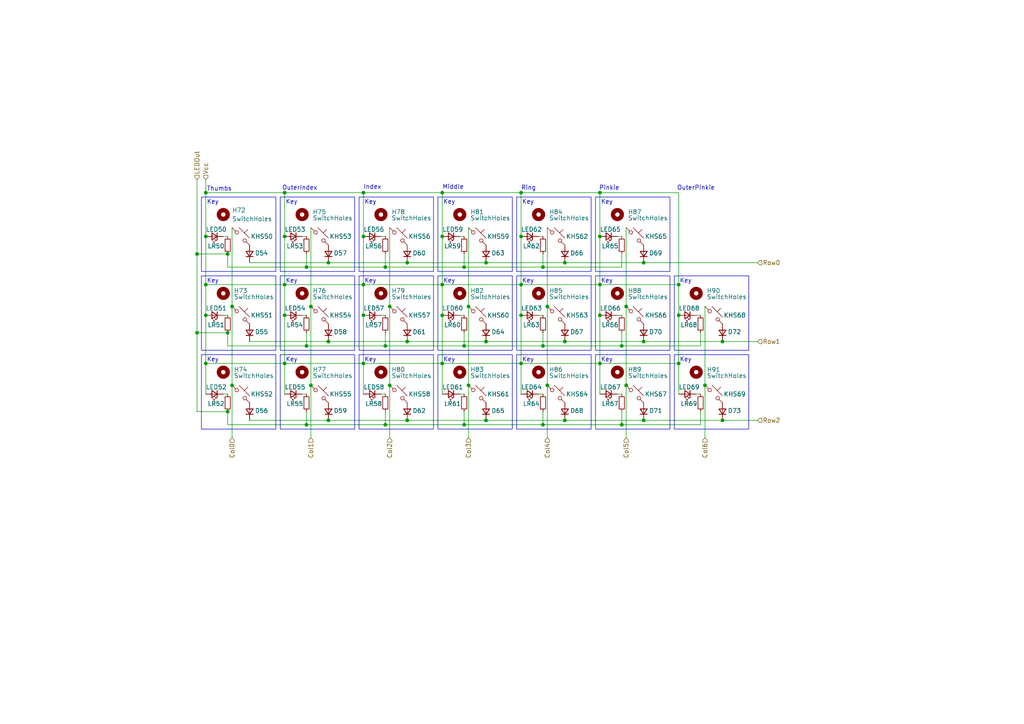
<source format=kicad_sch>
(kicad_sch (version 20250114) (generator "eeschema") (generator_version "9.0")
  (paper "A4")
  (rectangle (start 149.86 57.15) (end 171.45 78.74))
  (rectangle (start 81.28 57.15) (end 102.87 78.74))
  (rectangle (start 127 102.87) (end 148.59 124.46))
  (rectangle (start 149.86 102.87) (end 171.45 124.46))
  (rectangle (start 195.58 80.01) (end 217.17 101.6))
  (rectangle (start 127 57.15) (end 148.59 78.74))
  (rectangle (start 195.58 102.87) (end 217.17 124.46))
  (rectangle (start 127 80.01) (end 148.59 101.6))
  (rectangle (start 58.42 102.87) (end 80.01 124.46))
  (rectangle (start 172.72 57.15) (end 194.31 78.74))
  (rectangle (start 58.42 57.15) (end 80.01 78.74))
  (rectangle (start 104.14 80.01) (end 125.73 101.6))
  (rectangle (start 172.72 102.87) (end 194.31 124.46))
  (rectangle (start 81.28 102.87) (end 102.87 124.46))
  (rectangle (start 81.28 80.01) (end 102.87 101.6))
  (rectangle (start 172.72 80.01) (end 194.31 101.6))
  (rectangle (start 104.14 102.87) (end 125.73 124.46))
  (rectangle (start 149.86 80.01) (end 171.45 101.6))
  (rectangle (start 104.14 57.15) (end 125.73 78.74))
  (rectangle (start 58.42 80.01) (end 80.01 101.6))
  (text "Key" (at 153.162 58.674 0) (effects (font (size 1.27 1.27))))
  (text "OuterIndex\n" (at 81.788 54.61 0) (effects (font (size 1.27 1.27)) (justify left)))
  (text "Key" (at 84.582 104.394 0) (effects (font (size 1.27 1.27))))
  (text "Key" (at 198.882 81.534 0) (effects (font (size 1.27 1.27))))
  (text "Key" (at 176.022 104.394 0) (effects (font (size 1.27 1.27))))
  (text "Pinkie" (at 173.736 54.61 0) (effects (font (size 1.27 1.27)) (justify left)))
  (text "Key" (at 176.022 81.534 0) (effects (font (size 1.27 1.27))))
  (text "Key" (at 84.582 58.674 0) (effects (font (size 1.27 1.27))))
  (text "Index" (at 105.41 54.356 0) (effects (font (size 1.27 1.27)) (justify left)))
  (text "Key" (at 153.162 104.394 0) (effects (font (size 1.27 1.27))))
  (text "Key" (at 130.302 58.674 0) (effects (font (size 1.27 1.27))))
  (text "Key" (at 107.442 58.674 0) (effects (font (size 1.27 1.27))))
  (text "Key" (at 198.882 104.394 0) (effects (font (size 1.27 1.27))))
  (text "Key" (at 153.162 81.534 0) (effects (font (size 1.27 1.27))))
  (text "Key" (at 130.302 81.534 0) (effects (font (size 1.27 1.27))))
  (text "Key" (at 61.722 81.534 0) (effects (font (size 1.27 1.27))))
  (text "Thumbs\n" (at 59.944 54.864 0) (effects (font (size 1.27 1.27)) (justify left)))
  (text "Ring" (at 151.13 54.61 0) (effects (font (size 1.27 1.27)) (justify left)))
  (text "Key" (at 107.442 104.394 0) (effects (font (size 1.27 1.27))))
  (text "Key" (at 176.022 58.674 0) (effects (font (size 1.27 1.27))))
  (text "Key" (at 84.582 81.534 0) (effects (font (size 1.27 1.27))))
  (text "Key" (at 107.442 81.534 0) (effects (font (size 1.27 1.27))))
  (text "Middle" (at 128.27 54.356 0) (effects (font (size 1.27 1.27)) (justify left)))
  (text "Key" (at 61.722 58.674 0) (effects (font (size 1.27 1.27))))
  (text "Key" (at 130.302 104.394 0) (effects (font (size 1.27 1.27))))
  (text "OuterPinkie" (at 196.342 54.61 0) (effects (font (size 1.27 1.27)) (justify left)))
  (text "Key" (at 61.722 104.394 0) (effects (font (size 1.27 1.27))))
  (junction (at 105.41 68.58))
  (junction (at 67.31 111.76))
  (junction (at 151.13 82.55))
  (junction (at 151.13 91.44))
  (junction (at 151.13 55.88))
  (junction (at 111.76 123.19))
  (junction (at 111.76 77.47))
  (junction (at 173.99 68.58))
  (junction (at 95.25 99.06))
  (junction (at 158.75 88.9))
  (junction (at 105.41 82.55))
  (junction (at 59.69 68.58))
  (junction (at 181.61 88.9))
  (junction (at 151.13 68.58))
  (junction (at 186.69 121.92))
  (junction (at 135.89 111.76))
  (junction (at 90.17 88.9))
  (junction (at 105.41 105.41))
  (junction (at 140.97 76.2))
  (junction (at 173.99 105.41))
  (junction (at 113.03 111.76))
  (junction (at 57.15 96.52))
  (junction (at 67.31 88.9))
  (junction (at 66.04 73.66))
  (junction (at 88.9 123.19))
  (junction (at 173.99 82.55))
  (junction (at 128.27 82.55))
  (junction (at 59.69 82.55))
  (junction (at 66.04 119.38))
  (junction (at 163.83 121.92))
  (junction (at 59.69 105.41))
  (junction (at 157.48 123.19))
  (junction (at 158.75 111.76))
  (junction (at 128.27 68.58))
  (junction (at 134.62 77.47))
  (junction (at 90.17 111.76))
  (junction (at 113.03 88.9))
  (junction (at 82.55 55.88))
  (junction (at 128.27 105.41))
  (junction (at 140.97 121.92))
  (junction (at 118.11 99.06))
  (junction (at 118.11 121.92))
  (junction (at 157.48 100.33))
  (junction (at 180.34 123.19))
  (junction (at 57.15 73.66))
  (junction (at 111.76 100.33))
  (junction (at 196.85 91.44))
  (junction (at 181.61 111.76))
  (junction (at 134.62 123.19))
  (junction (at 204.47 111.76))
  (junction (at 163.83 99.06))
  (junction (at 134.62 100.33))
  (junction (at 209.55 99.06))
  (junction (at 88.9 100.33))
  (junction (at 59.69 91.44))
  (junction (at 135.89 88.9))
  (junction (at 157.48 77.47))
  (junction (at 118.11 76.2))
  (junction (at 105.41 55.88))
  (junction (at 173.99 55.88))
  (junction (at 128.27 91.44))
  (junction (at 82.55 82.55))
  (junction (at 140.97 99.06))
  (junction (at 105.41 91.44))
  (junction (at 95.25 76.2))
  (junction (at 82.55 91.44))
  (junction (at 196.85 82.55))
  (junction (at 151.13 105.41))
  (junction (at 82.55 68.58))
  (junction (at 196.85 105.41))
  (junction (at 82.55 105.41))
  (junction (at 173.99 91.44))
  (junction (at 95.25 121.92))
  (junction (at 128.27 55.88))
  (junction (at 186.69 99.06))
  (junction (at 209.55 121.92))
  (junction (at 88.9 77.47))
  (junction (at 180.34 100.33))
  (junction (at 66.04 96.52))
  (junction (at 186.69 76.2))
  (junction (at 163.83 76.2))
  (junction (at 59.69 55.88))
  (wire (pts (xy 105.41 105.41) (xy 128.27 105.41)))
  (wire (pts (xy 66.04 100.33) (xy 88.9 100.33)))
  (wire (pts (xy 66.04 68.58) (xy 64.77 68.58)))
  (wire (pts (xy 95.25 121.92) (xy 118.11 121.92)))
  (wire (pts (xy 181.61 66.04) (xy 181.61 88.9)))
  (wire (pts (xy 66.04 119.38) (xy 66.04 123.19)))
  (wire (pts (xy 90.17 111.76) (xy 90.17 127)))
  (wire (pts (xy 128.27 68.58) (xy 128.27 82.55)))
  (wire (pts (xy 134.62 100.33) (xy 157.48 100.33)))
  (wire (pts (xy 151.13 82.55) (xy 173.99 82.55)))
  (wire (pts (xy 173.99 82.55) (xy 196.85 82.55)))
  (wire (pts (xy 105.41 55.88) (xy 128.27 55.88)))
  (wire (pts (xy 128.27 82.55) (xy 151.13 82.55)))
  (wire (pts (xy 118.11 99.06) (xy 140.97 99.06)))
  (wire (pts (xy 180.34 91.44) (xy 179.07 91.44)))
  (wire (pts (xy 111.76 100.33) (xy 134.62 100.33)))
  (wire (pts (xy 151.13 68.58) (xy 151.13 82.55)))
  (wire (pts (xy 59.69 68.58) (xy 59.69 82.55)))
  (wire (pts (xy 128.27 55.88) (xy 128.27 68.58)))
  (wire (pts (xy 67.31 66.04) (xy 67.31 88.9)))
  (wire (pts (xy 111.76 91.44) (xy 110.49 91.44)))
  (wire (pts (xy 113.03 66.04) (xy 113.03 88.9)))
  (wire (pts (xy 88.9 77.47) (xy 111.76 77.47)))
  (wire (pts (xy 88.9 96.52) (xy 88.9 100.33)))
  (wire (pts (xy 157.48 68.58) (xy 156.21 68.58)))
  (wire (pts (xy 186.69 99.06) (xy 209.55 99.06)))
  (wire (pts (xy 173.99 105.41) (xy 196.85 105.41)))
  (wire (pts (xy 209.55 121.92) (xy 219.71 121.92)))
  (wire (pts (xy 158.75 111.76) (xy 158.75 127)))
  (wire (pts (xy 67.31 88.9) (xy 67.31 111.76)))
  (wire (pts (xy 59.69 91.44) (xy 59.69 105.41)))
  (wire (pts (xy 66.04 114.3) (xy 64.77 114.3)))
  (wire (pts (xy 128.27 91.44) (xy 128.27 105.41)))
  (wire (pts (xy 111.76 77.47) (xy 134.62 77.47)))
  (wire (pts (xy 105.41 105.41) (xy 105.41 114.3)))
  (wire (pts (xy 157.48 73.66) (xy 157.48 77.47)))
  (wire (pts (xy 88.9 114.3) (xy 87.63 114.3)))
  (wire (pts (xy 59.69 82.55) (xy 82.55 82.55)))
  (wire (pts (xy 88.9 68.58) (xy 87.63 68.58)))
  (wire (pts (xy 134.62 114.3) (xy 133.35 114.3)))
  (wire (pts (xy 82.55 91.44) (xy 82.55 105.41)))
  (wire (pts (xy 135.89 111.76) (xy 135.89 127)))
  (wire (pts (xy 173.99 82.55) (xy 173.99 91.44)))
  (wire (pts (xy 66.04 77.47) (xy 88.9 77.47)))
  (wire (pts (xy 57.15 96.52) (xy 57.15 119.38)))
  (wire (pts (xy 140.97 76.2) (xy 163.83 76.2)))
  (wire (pts (xy 128.27 55.88) (xy 151.13 55.88)))
  (wire (pts (xy 82.55 105.41) (xy 105.41 105.41)))
  (wire (pts (xy 90.17 88.9) (xy 90.17 111.76)))
  (wire (pts (xy 111.76 123.19) (xy 134.62 123.19)))
  (wire (pts (xy 128.27 82.55) (xy 128.27 91.44)))
  (wire (pts (xy 196.85 91.44) (xy 196.85 105.41)))
  (wire (pts (xy 140.97 99.06) (xy 163.83 99.06)))
  (wire (pts (xy 57.15 73.66) (xy 66.04 73.66)))
  (wire (pts (xy 173.99 105.41) (xy 173.99 114.3)))
  (wire (pts (xy 151.13 55.88) (xy 173.99 55.88)))
  (wire (pts (xy 67.31 111.76) (xy 67.31 127)))
  (wire (pts (xy 82.55 82.55) (xy 105.41 82.55)))
  (wire (pts (xy 134.62 123.19) (xy 157.48 123.19)))
  (wire (pts (xy 59.69 52.07) (xy 59.69 55.88)))
  (wire (pts (xy 111.76 96.52) (xy 111.76 100.33)))
  (wire (pts (xy 113.03 111.76) (xy 113.03 127)))
  (wire (pts (xy 57.15 96.52) (xy 66.04 96.52)))
  (wire (pts (xy 59.69 82.55) (xy 59.69 91.44)))
  (wire (pts (xy 82.55 82.55) (xy 82.55 91.44)))
  (wire (pts (xy 88.9 73.66) (xy 88.9 77.47)))
  (wire (pts (xy 151.13 105.41) (xy 173.99 105.41)))
  (wire (pts (xy 66.04 73.66) (xy 66.04 77.47)))
  (wire (pts (xy 88.9 119.38) (xy 88.9 123.19)))
  (wire (pts (xy 111.76 119.38) (xy 111.76 123.19)))
  (wire (pts (xy 59.69 55.88) (xy 82.55 55.88)))
  (wire (pts (xy 105.41 82.55) (xy 105.41 91.44)))
  (wire (pts (xy 57.15 73.66) (xy 57.15 96.52)))
  (wire (pts (xy 105.41 91.44) (xy 105.41 105.41)))
  (wire (pts (xy 134.62 119.38) (xy 134.62 123.19)))
  (wire (pts (xy 180.34 119.38) (xy 180.34 123.19)))
  (wire (pts (xy 180.34 68.58) (xy 179.07 68.58)))
  (wire (pts (xy 59.69 105.41) (xy 82.55 105.41)))
  (wire (pts (xy 134.62 68.58) (xy 133.35 68.58)))
  (wire (pts (xy 111.76 114.3) (xy 110.49 114.3)))
  (wire (pts (xy 111.76 73.66) (xy 111.76 77.47)))
  (wire (pts (xy 113.03 88.9) (xy 113.03 111.76)))
  (wire (pts (xy 88.9 123.19) (xy 111.76 123.19)))
  (wire (pts (xy 158.75 66.04) (xy 158.75 88.9)))
  (wire (pts (xy 134.62 73.66) (xy 134.62 77.47)))
  (wire (pts (xy 59.69 105.41) (xy 59.69 114.3)))
  (wire (pts (xy 180.34 100.33) (xy 203.2 100.33)))
  (wire (pts (xy 82.55 68.58) (xy 82.55 82.55)))
  (wire (pts (xy 82.55 55.88) (xy 105.41 55.88)))
  (wire (pts (xy 157.48 123.19) (xy 180.34 123.19)))
  (wire (pts (xy 173.99 55.88) (xy 196.85 55.88)))
  (wire (pts (xy 105.41 55.88) (xy 105.41 68.58)))
  (wire (pts (xy 151.13 105.41) (xy 151.13 114.3)))
  (wire (pts (xy 196.85 55.88) (xy 196.85 82.55)))
  (wire (pts (xy 180.34 114.3) (xy 179.07 114.3)))
  (wire (pts (xy 181.61 111.76) (xy 181.61 127)))
  (wire (pts (xy 203.2 100.33) (xy 203.2 96.52)))
  (wire (pts (xy 163.83 121.92) (xy 186.69 121.92)))
  (wire (pts (xy 203.2 114.3) (xy 201.93 114.3)))
  (wire (pts (xy 72.39 76.2) (xy 95.25 76.2)))
  (wire (pts (xy 105.41 82.55) (xy 128.27 82.55)))
  (wire (pts (xy 57.15 52.07) (xy 57.15 73.66)))
  (wire (pts (xy 118.11 76.2) (xy 140.97 76.2)))
  (wire (pts (xy 151.13 91.44) (xy 151.13 105.41)))
  (wire (pts (xy 157.48 114.3) (xy 156.21 114.3)))
  (wire (pts (xy 88.9 91.44) (xy 87.63 91.44)))
  (wire (pts (xy 157.48 77.47) (xy 180.34 77.47)))
  (wire (pts (xy 90.17 66.04) (xy 90.17 88.9)))
  (wire (pts (xy 82.55 55.88) (xy 82.55 68.58)))
  (wire (pts (xy 173.99 68.58) (xy 173.99 82.55)))
  (wire (pts (xy 111.76 68.58) (xy 110.49 68.58)))
  (wire (pts (xy 203.2 123.19) (xy 203.2 119.38)))
  (wire (pts (xy 128.27 105.41) (xy 151.13 105.41)))
  (wire (pts (xy 173.99 91.44) (xy 173.99 105.41)))
  (wire (pts (xy 196.85 82.55) (xy 196.85 91.44)))
  (wire (pts (xy 196.85 105.41) (xy 196.85 114.3)))
  (wire (pts (xy 173.99 55.88) (xy 173.99 68.58)))
  (wire (pts (xy 158.75 88.9) (xy 158.75 111.76)))
  (wire (pts (xy 186.69 121.92) (xy 209.55 121.92)))
  (wire (pts (xy 186.69 76.2) (xy 219.71 76.2)))
  (wire (pts (xy 128.27 105.41) (xy 128.27 114.3)))
  (wire (pts (xy 72.39 121.92) (xy 95.25 121.92)))
  (wire (pts (xy 66.04 123.19) (xy 88.9 123.19)))
  (wire (pts (xy 66.04 96.52) (xy 66.04 100.33)))
  (wire (pts (xy 180.34 123.19) (xy 203.2 123.19)))
  (wire (pts (xy 59.69 55.88) (xy 59.69 68.58)))
  (wire (pts (xy 151.13 55.88) (xy 151.13 68.58)))
  (wire (pts (xy 180.34 96.52) (xy 180.34 100.33)))
  (wire (pts (xy 57.15 119.38) (xy 66.04 119.38)))
  (wire (pts (xy 157.48 100.33) (xy 180.34 100.33)))
  (wire (pts (xy 209.55 99.06) (xy 219.71 99.06)))
  (wire (pts (xy 163.83 99.06) (xy 186.69 99.06)))
  (wire (pts (xy 118.11 121.92) (xy 140.97 121.92)))
  (wire (pts (xy 157.48 91.44) (xy 156.21 91.44)))
  (wire (pts (xy 105.41 68.58) (xy 105.41 82.55)))
  (wire (pts (xy 157.48 96.52) (xy 157.48 100.33)))
  (wire (pts (xy 181.61 88.9) (xy 181.61 111.76)))
  (wire (pts (xy 134.62 77.47) (xy 157.48 77.47)))
  (wire (pts (xy 135.89 88.9) (xy 135.89 111.76)))
  (wire (pts (xy 151.13 82.55) (xy 151.13 91.44)))
  (wire (pts (xy 157.48 119.38) (xy 157.48 123.19)))
  (wire (pts (xy 72.39 99.06) (xy 95.25 99.06)))
  (wire (pts (xy 140.97 121.92) (xy 163.83 121.92)))
  (wire (pts (xy 66.04 91.44) (xy 64.77 91.44)))
  (wire (pts (xy 203.2 91.44) (xy 201.93 91.44)))
  (wire (pts (xy 180.34 77.47) (xy 180.34 73.66)))
  (wire (pts (xy 134.62 96.52) (xy 134.62 100.33)))
  (wire (pts (xy 204.47 88.9) (xy 204.47 111.76)))
  (wire (pts (xy 163.83 76.2) (xy 186.69 76.2)))
  (wire (pts (xy 134.62 91.44) (xy 133.35 91.44)))
  (wire (pts (xy 204.47 111.76) (xy 204.47 127)))
  (wire (pts (xy 135.89 66.04) (xy 135.89 88.9)))
  (wire (pts (xy 82.55 105.41) (xy 82.55 114.3)))
  (wire (pts (xy 88.9 100.33) (xy 111.76 100.33)))
  (wire (pts (xy 95.25 76.2) (xy 118.11 76.2)))
  (wire (pts (xy 95.25 99.06) (xy 118.11 99.06)))
  (hierarchical_label "Col3" (shape input) (at 135.89 127 270))
  (hierarchical_label "Col6" (shape input) (at 204.47 127 270))
  (hierarchical_label "Row1" (shape input) (at 219.71 99.06 0))
  (hierarchical_label "Col0" (shape input) (at 67.31 127 270))
  (hierarchical_label "Col5" (shape input) (at 181.61 127 270))
  (hierarchical_label "LEDOut" (shape input) (at 57.15 52.07 90))
  (hierarchical_label "Col2" (shape input) (at 113.03 127 270))
  (hierarchical_label "Col1" (shape input) (at 90.17 127 270))
  (hierarchical_label "Row0" (shape input) (at 219.71 76.2 0))
  (hierarchical_label "Col4" (shape input) (at 158.75 127 270))
  (hierarchical_label "Row2" (shape input) (at 219.71 121.92 0))
  (hierarchical_label "Vcc" (shape input) (at 59.69 52.07 90))
  (symbol (lib_id "Keyboard:choc_v1_SW_HS_CPG135001S30") (at 161.29 114.3 0) (unit 1)
    (property "Reference" "KHS64" (at 167.386 114.3 0))
    (property "Value" "KHS" (effects (hide yes)))
    (property "Footprint" "Keyboard:Kailh_HS_Socket" (effects (hide yes)))
    (property "Description" "Push button switch, normally open, two pins, 45° tilted" (effects (hide yes)))
    (instances (project "pipar_point" (path "" (reference "KHS64") (unit 1)) (path "" (reference "KHS84") (unit 1))))
  )
  (symbol (lib_id "Mechanical:MountingHole") (at 87.63 85.09 0) (unit 1) (exclude_from_sim yes) (in_bom no)
    (property "Reference" "H76" (at 90.678 84.328 0) (effects (justify left)))
    (property "Value" "SwitchHoles" (at 90.678 86.106 0) (effects (justify left)))
    (property "Footprint" "Keyboard:SwitchHoles_Kailh_Choc_V1V2" (effects (hide yes)))
    (property "Description" "Mounting Hole without connection" (effects (hide yes)))
    (instances (project "pipar_point" (path "" (reference "H76") (unit 1)) (path "" (reference "H96") (unit 1))))
  )
  (symbol (lib_id "Device:R_Small") (at 88.9 116.84 0) (unit 1)
    (property "Reference" "LR55" (at 83.058 117.094 0) (effects (justify left)))
    (property "Value" "R_Small" (effects (hide yes)))
    (property "Footprint" "Resistor_SMD:R_0402_1005Metric" (effects (hide yes)))
    (property "Description" "Resistor, small symbol" (effects (hide yes)))
    (instances (project "pipar_point" (path "" (reference "LR55") (unit 1)) (path "" (reference "LR75") (unit 1))))
  )
  (symbol (lib_id "Keyboard:choc_v1_SW_HS_CPG135001S30") (at 207.01 114.3 0) (unit 1)
    (property "Reference" "KHS69" (at 213.106 114.3 0))
    (property "Value" "KHS" (effects (hide yes)))
    (property "Footprint" "Keyboard:Kailh_HS_Socket" (effects (hide yes)))
    (property "Description" "Push button switch, normally open, two pins, 45° tilted" (effects (hide yes)))
    (instances (project "pipar_point" (path "" (reference "KHS69") (unit 1)) (path "" (reference "KHS89") (unit 1))))
  )
  (symbol (lib_id "Device:R_Small") (at 203.2 93.98 0) (unit 1)
    (property "Reference" "LR68" (at 197.358 94.234 0) (effects (justify left)))
    (property "Value" "R_Small" (effects (hide yes)))
    (property "Footprint" "Resistor_SMD:R_0402_1005Metric" (effects (hide yes)))
    (property "Description" "Resistor, small symbol" (effects (hide yes)))
    (instances (project "pipar_point" (path "" (reference "LR68") (unit 1)) (path "" (reference "LR88") (unit 1))))
  )
  (symbol (lib_id "Keyboard:choc_v1_SW_HS_CPG135001S30") (at 138.43 68.58 0) (unit 1)
    (property "Reference" "KHS59" (at 144.526 68.58 0))
    (property "Value" "KHS" (effects (hide yes)))
    (property "Footprint" "Keyboard:Kailh_HS_Socket" (effects (hide yes)))
    (property "Description" "Push button switch, normally open, two pins, 45° tilted" (effects (hide yes)))
    (instances (project "pipar_point" (path "" (reference "KHS59") (unit 1)) (path "" (reference "KHS79") (unit 1))))
  )
  (symbol (lib_id "Device:R_Small") (at 134.62 116.84 0) (unit 1)
    (property "Reference" "LR61" (at 128.778 117.094 0) (effects (justify left)))
    (property "Value" "R_Small" (effects (hide yes)))
    (property "Footprint" "Resistor_SMD:R_0402_1005Metric" (effects (hide yes)))
    (property "Description" "Resistor, small symbol" (effects (hide yes)))
    (instances (project "pipar_point" (path "" (reference "LR61") (unit 1)) (path "" (reference "LR81") (unit 1))))
  )
  (symbol (lib_id "Device:R_Small") (at 180.34 93.98 0) (unit 1)
    (property "Reference" "LR66" (at 174.498 94.234 0) (effects (justify left)))
    (property "Value" "R_Small" (effects (hide yes)))
    (property "Footprint" "Resistor_SMD:R_0402_1005Metric" (effects (hide yes)))
    (property "Description" "Resistor, small symbol" (effects (hide yes)))
    (instances (project "pipar_point" (path "" (reference "LR66") (unit 1)) (path "" (reference "LR86") (unit 1))))
  )
  (symbol (lib_id "Device:D_Small") (at 118.11 73.66 90) (unit 1)
    (property "Reference" "D60" (at 119.634 73.406 90) (effects (justify right)))
    (property "Value" "D_Small" (effects (hide yes)))
    (property "Footprint" "Diode_SMD:D_SOD-523" (effects (hide yes)))
    (property "Description" "Diode, small symbol" (effects (hide yes)))
    (property "Sim.Device" "D" (effects (hide yes)))
    (property "Sim.Pins" "1=K 2=A" (effects (hide yes)))
    (instances (project "pipar_point" (path "" (reference "D60") (unit 1)) (path "" (reference "D80") (unit 1))))
  )
  (symbol (lib_id "Device:R_Small") (at 66.04 116.84 0) (unit 1)
    (property "Reference" "LR52" (at 60.198 117.094 0) (effects (justify left)))
    (property "Value" "R_Small" (effects (hide yes)))
    (property "Footprint" "Resistor_SMD:R_0402_1005Metric" (effects (hide yes)))
    (property "Description" "Resistor, small symbol" (effects (hide yes)))
    (instances (project "pipar_point" (path "" (reference "LR52") (unit 1)) (path "" (reference "LR72") (unit 1))))
  )
  (symbol (lib_id "Device:LED_Small") (at 199.39 91.44 180) (unit 1)
    (property "Reference" "LED68" (at 199.898 89.408 0))
    (property "Value" "LED_Small" (effects (hide yes)))
    (property "Footprint" "LED_SMD:LED_0603_1608Metric" (effects (hide yes)))
    (property "Description" "Light emitting diode, small symbol" (effects (hide yes)))
    (property "Sim.Pin" "1=K 2=A" (effects (hide yes)))
    (instances (project "pipar_point" (path "" (reference "LED68") (unit 1)) (path "" (reference "LED88") (unit 1))))
  )
  (symbol (lib_id "Device:D_Small") (at 118.11 119.38 90) (unit 1)
    (property "Reference" "D62" (at 119.634 119.126 90) (effects (justify right)))
    (property "Value" "D_Small" (effects (hide yes)))
    (property "Footprint" "Diode_SMD:D_SOD-523" (effects (hide yes)))
    (property "Description" "Diode, small symbol" (effects (hide yes)))
    (property "Sim.Device" "D" (effects (hide yes)))
    (property "Sim.Pins" "1=K 2=A" (effects (hide yes)))
    (instances (project "pipar_point" (path "" (reference "D62") (unit 1)) (path "" (reference "D82") (unit 1))))
  )
  (symbol (lib_id "Device:LED_Small") (at 153.67 91.44 180) (unit 1)
    (property "Reference" "LED63" (at 154.178 89.408 0))
    (property "Value" "LED_Small" (effects (hide yes)))
    (property "Footprint" "LED_SMD:LED_0603_1608Metric" (effects (hide yes)))
    (property "Description" "Light emitting diode, small symbol" (effects (hide yes)))
    (property "Sim.Pin" "1=K 2=A" (effects (hide yes)))
    (instances (project "pipar_point" (path "" (reference "LED63") (unit 1)) (path "" (reference "LED83") (unit 1))))
  )
  (symbol (lib_id "Device:LED_Small") (at 62.23 91.44 180) (unit 1)
    (property "Reference" "LED51" (at 62.738 89.408 0))
    (property "Value" "LED_Small" (effects (hide yes)))
    (property "Footprint" "LED_SMD:LED_0603_1608Metric" (effects (hide yes)))
    (property "Description" "Light emitting diode, small symbol" (effects (hide yes)))
    (property "Sim.Pin" "1=K 2=A" (effects (hide yes)))
    (instances (project "pipar_point" (path "" (reference "LED51") (unit 1)) (path "" (reference "LED71") (unit 1))))
  )
  (symbol (lib_id "Mechanical:MountingHole") (at 110.49 62.23 0) (unit 1) (exclude_from_sim yes) (in_bom no)
    (property "Reference" "H78" (at 113.538 61.468 0) (effects (justify left)))
    (property "Value" "SwitchHoles" (at 113.538 63.246 0) (effects (justify left)))
    (property "Footprint" "Keyboard:SwitchHoles_Kailh_Choc_V1V2" (effects (hide yes)))
    (property "Description" "Mounting Hole without connection" (effects (hide yes)))
    (instances (project "pipar_point" (path "" (reference "H78") (unit 1)) (path "" (reference "H98") (unit 1))))
  )
  (symbol (lib_id "Device:R_Small") (at 157.48 71.12 0) (unit 1)
    (property "Reference" "LR62" (at 151.638 71.374 0) (effects (justify left)))
    (property "Value" "R_Small" (effects (hide yes)))
    (property "Footprint" "Resistor_SMD:R_0402_1005Metric" (effects (hide yes)))
    (property "Description" "Resistor, small symbol" (effects (hide yes)))
    (instances (project "pipar_point" (path "" (reference "LR62") (unit 1)) (path "" (reference "LR82") (unit 1))))
  )
  (symbol (lib_id "Keyboard:choc_v1_SW_HS_CPG135001S30") (at 184.15 68.58 0) (unit 1)
    (property "Reference" "KHS65" (at 190.246 68.58 0))
    (property "Value" "KHS" (effects (hide yes)))
    (property "Footprint" "Keyboard:Kailh_HS_Socket" (effects (hide yes)))
    (property "Description" "Push button switch, normally open, two pins, 45° tilted" (effects (hide yes)))
    (instances (project "pipar_point" (path "" (reference "KHS65") (unit 1)) (path "" (reference "KHS85") (unit 1))))
  )
  (symbol (lib_id "Device:LED_Small") (at 107.95 91.44 180) (unit 1)
    (property "Reference" "LED57" (at 108.458 89.408 0))
    (property "Value" "LED_Small" (effects (hide yes)))
    (property "Footprint" "LED_SMD:LED_0603_1608Metric" (effects (hide yes)))
    (property "Description" "Light emitting diode, small symbol" (effects (hide yes)))
    (property "Sim.Pin" "1=K 2=A" (effects (hide yes)))
    (instances (project "pipar_point" (path "" (reference "LED57") (unit 1)) (path "" (reference "LED77") (unit 1))))
  )
  (symbol (lib_id "Device:R_Small") (at 180.34 116.84 0) (unit 1)
    (property "Reference" "LR67" (at 174.498 117.094 0) (effects (justify left)))
    (property "Value" "R_Small" (effects (hide yes)))
    (property "Footprint" "Resistor_SMD:R_0402_1005Metric" (effects (hide yes)))
    (property "Description" "Resistor, small symbol" (effects (hide yes)))
    (instances (project "pipar_point" (path "" (reference "LR67") (unit 1)) (path "" (reference "LR87") (unit 1))))
  )
  (symbol (lib_id "Device:D_Small") (at 118.11 96.52 90) (unit 1)
    (property "Reference" "D61" (at 119.634 96.266 90) (effects (justify right)))
    (property "Value" "D_Small" (effects (hide yes)))
    (property "Footprint" "Diode_SMD:D_SOD-523" (effects (hide yes)))
    (property "Description" "Diode, small symbol" (effects (hide yes)))
    (property "Sim.Device" "D" (effects (hide yes)))
    (property "Sim.Pins" "1=K 2=A" (effects (hide yes)))
    (instances (project "pipar_point" (path "" (reference "D61") (unit 1)) (path "" (reference "D81") (unit 1))))
  )
  (symbol (lib_id "Device:R_Small") (at 111.76 71.12 0) (unit 1)
    (property "Reference" "LR56" (at 105.918 71.374 0) (effects (justify left)))
    (property "Value" "R_Small" (effects (hide yes)))
    (property "Footprint" "Resistor_SMD:R_0402_1005Metric" (effects (hide yes)))
    (property "Description" "Resistor, small symbol" (effects (hide yes)))
    (instances (project "pipar_point" (path "" (reference "LR56") (unit 1)) (path "" (reference "LR76") (unit 1))))
  )
  (symbol (lib_id "Keyboard:choc_v1_SW_HS_CPG135001S30") (at 92.71 114.3 0) (unit 1)
    (property "Reference" "KHS55" (at 98.806 114.3 0))
    (property "Value" "KHS" (effects (hide yes)))
    (property "Footprint" "Keyboard:Kailh_HS_Socket" (effects (hide yes)))
    (property "Description" "Push button switch, normally open, two pins, 45° tilted" (effects (hide yes)))
    (instances (project "pipar_point" (path "" (reference "KHS55") (unit 1)) (path "" (reference "KHS75") (unit 1))))
  )
  (symbol (lib_id "Device:LED_Small") (at 176.53 68.58 180) (unit 1)
    (property "Reference" "LED65" (at 177.038 66.548 0))
    (property "Value" "LED_Small" (effects (hide yes)))
    (property "Footprint" "LED_SMD:LED_0603_1608Metric" (effects (hide yes)))
    (property "Description" "Light emitting diode, small symbol" (effects (hide yes)))
    (property "Sim.Pin" "1=K 2=A" (effects (hide yes)))
    (instances (project "pipar_point" (path "" (reference "LED65") (unit 1)) (path "" (reference "LED85") (unit 1))))
  )
  (symbol (lib_id "Device:D_Small") (at 163.83 119.38 90) (unit 1)
    (property "Reference" "D68" (at 165.354 119.126 90) (effects (justify right)))
    (property "Value" "D_Small" (effects (hide yes)))
    (property "Footprint" "Diode_SMD:D_SOD-523" (effects (hide yes)))
    (property "Description" "Diode, small symbol" (effects (hide yes)))
    (property "Sim.Device" "D" (effects (hide yes)))
    (property "Sim.Pins" "1=K 2=A" (effects (hide yes)))
    (instances (project "pipar_point" (path "" (reference "D68") (unit 1)) (path "" (reference "D88") (unit 1))))
  )
  (symbol (lib_id "Device:LED_Small") (at 62.23 68.58 180) (unit 1)
    (property "Reference" "LED50" (at 62.738 66.548 0))
    (property "Value" "LED_Small" (effects (hide yes)))
    (property "Footprint" "LED_SMD:LED_0603_1608Metric" (effects (hide yes)))
    (property "Description" "Light emitting diode, small symbol" (effects (hide yes)))
    (property "Sim.Pin" "1=K 2=A" (effects (hide yes)))
    (instances (project "pipar_point" (path "" (reference "LED50") (unit 1)) (path "" (reference "LED70") (unit 1))))
  )
  (symbol (lib_id "Mechanical:MountingHole") (at 64.77 107.95 0) (unit 1) (exclude_from_sim yes) (in_bom no)
    (property "Reference" "H74" (at 67.818 107.188 0) (effects (justify left)))
    (property "Value" "SwitchHoles" (at 67.818 108.966 0) (effects (justify left)))
    (property "Footprint" "Keyboard:SwitchHoles_Kailh_Choc_V1V2" (effects (hide yes)))
    (property "Description" "Mounting Hole without connection" (effects (hide yes)))
    (instances (project "pipar_point" (path "" (reference "H74") (unit 1)) (path "" (reference "H94") (unit 1))))
  )
  (symbol (lib_id "Device:R_Small") (at 134.62 71.12 0) (unit 1)
    (property "Reference" "LR59" (at 128.778 71.374 0) (effects (justify left)))
    (property "Value" "R_Small" (effects (hide yes)))
    (property "Footprint" "Resistor_SMD:R_0402_1005Metric" (effects (hide yes)))
    (property "Description" "Resistor, small symbol" (effects (hide yes)))
    (instances (project "pipar_point" (path "" (reference "LR59") (unit 1)) (path "" (reference "LR79") (unit 1))))
  )
  (symbol (lib_id "Keyboard:choc_v1_SW_HS_CPG135001S30") (at 92.71 68.58 0) (unit 1)
    (property "Reference" "KHS53" (at 98.806 68.58 0))
    (property "Value" "KHS" (effects (hide yes)))
    (property "Footprint" "Keyboard:Kailh_HS_Socket" (effects (hide yes)))
    (property "Description" "Push button switch, normally open, two pins, 45° tilted" (effects (hide yes)))
    (instances (project "pipar_point" (path "" (reference "KHS53") (unit 1)) (path "" (reference "KHS73") (unit 1))))
  )
  (symbol (lib_id "Device:D_Small") (at 163.83 73.66 90) (unit 1)
    (property "Reference" "D66" (at 165.354 73.406 90) (effects (justify right)))
    (property "Value" "D_Small" (effects (hide yes)))
    (property "Footprint" "Diode_SMD:D_SOD-523" (effects (hide yes)))
    (property "Description" "Diode, small symbol" (effects (hide yes)))
    (property "Sim.Device" "D" (effects (hide yes)))
    (property "Sim.Pins" "1=K 2=A" (effects (hide yes)))
    (instances (project "pipar_point" (path "" (reference "D66") (unit 1)) (path "" (reference "D86") (unit 1))))
  )
  (symbol (lib_id "Keyboard:choc_v1_SW_HS_CPG135001S30") (at 138.43 91.44 0) (unit 1)
    (property "Reference" "KHS60" (at 144.526 91.44 0))
    (property "Value" "KHS" (effects (hide yes)))
    (property "Footprint" "Keyboard:Kailh_HS_Socket" (effects (hide yes)))
    (property "Description" "Push button switch, normally open, two pins, 45° tilted" (effects (hide yes)))
    (instances (project "pipar_point" (path "" (reference "KHS60") (unit 1)) (path "" (reference "KHS80") (unit 1))))
  )
  (symbol (lib_id "Device:LED_Small") (at 107.95 114.3 180) (unit 1)
    (property "Reference" "LED58" (at 108.458 112.268 0))
    (property "Value" "LED_Small" (effects (hide yes)))
    (property "Footprint" "LED_SMD:LED_0603_1608Metric" (effects (hide yes)))
    (property "Description" "Light emitting diode, small symbol" (effects (hide yes)))
    (property "Sim.Pin" "1=K 2=A" (effects (hide yes)))
    (instances (project "pipar_point" (path "" (reference "LED58") (unit 1)) (path "" (reference "LED78") (unit 1))))
  )
  (symbol (lib_id "Device:D_Small") (at 209.55 96.52 90) (unit 1)
    (property "Reference" "D72" (at 211.074 96.266 90) (effects (justify right)))
    (property "Value" "D_Small" (effects (hide yes)))
    (property "Footprint" "Diode_SMD:D_SOD-523" (effects (hide yes)))
    (property "Description" "Diode, small symbol" (effects (hide yes)))
    (property "Sim.Device" "D" (effects (hide yes)))
    (property "Sim.Pins" "1=K 2=A" (effects (hide yes)))
    (instances (project "pipar_point" (path "" (reference "D72") (unit 1)) (path "" (reference "D92") (unit 1))))
  )
  (symbol (lib_id "Device:R_Small") (at 134.62 93.98 0) (unit 1)
    (property "Reference" "LR60" (at 128.778 94.234 0) (effects (justify left)))
    (property "Value" "R_Small" (effects (hide yes)))
    (property "Footprint" "Resistor_SMD:R_0402_1005Metric" (effects (hide yes)))
    (property "Description" "Resistor, small symbol" (effects (hide yes)))
    (instances (project "pipar_point" (path "" (reference "LR60") (unit 1)) (path "" (reference "LR80") (unit 1))))
  )
  (symbol (lib_id "Device:LED_Small") (at 85.09 91.44 180) (unit 1)
    (property "Reference" "LED54" (at 85.598 89.408 0))
    (property "Value" "LED_Small" (effects (hide yes)))
    (property "Footprint" "LED_SMD:LED_0603_1608Metric" (effects (hide yes)))
    (property "Description" "Light emitting diode, small symbol" (effects (hide yes)))
    (property "Sim.Pin" "1=K 2=A" (effects (hide yes)))
    (instances (project "pipar_point" (path "" (reference "LED54") (unit 1)) (path "" (reference "LED74") (unit 1))))
  )
  (symbol (lib_id "Keyboard:choc_v1_SW_HS_CPG135001S30") (at 115.57 91.44 0) (unit 1)
    (property "Reference" "KHS57" (at 121.666 91.44 0))
    (property "Value" "KHS" (effects (hide yes)))
    (property "Footprint" "Keyboard:Kailh_HS_Socket" (effects (hide yes)))
    (property "Description" "Push button switch, normally open, two pins, 45° tilted" (effects (hide yes)))
    (instances (project "pipar_point" (path "" (reference "KHS57") (unit 1)) (path "" (reference "KHS77") (unit 1))))
  )
  (symbol (lib_id "Device:D_Small") (at 72.39 96.52 90) (unit 1)
    (property "Reference" "D55" (at 73.914 96.266 90) (effects (justify right)))
    (property "Value" "D_Small" (effects (hide yes)))
    (property "Footprint" "Diode_SMD:D_SOD-523" (effects (hide yes)))
    (property "Description" "Diode, small symbol" (effects (hide yes)))
    (property "Sim.Device" "D" (effects (hide yes)))
    (property "Sim.Pins" "1=K 2=A" (effects (hide yes)))
    (instances (project "pipar_point" (path "" (reference "D55") (unit 1)) (path "" (reference "D75") (unit 1))))
  )
  (symbol (lib_id "Device:D_Small") (at 163.83 96.52 90) (unit 1)
    (property "Reference" "D67" (at 165.354 96.266 90) (effects (justify right)))
    (property "Value" "D_Small" (effects (hide yes)))
    (property "Footprint" "Diode_SMD:D_SOD-523" (effects (hide yes)))
    (property "Description" "Diode, small symbol" (effects (hide yes)))
    (property "Sim.Device" "D" (effects (hide yes)))
    (property "Sim.Pins" "1=K 2=A" (effects (hide yes)))
    (instances (project "pipar_point" (path "" (reference "D67") (unit 1)) (path "" (reference "D87") (unit 1))))
  )
  (symbol (lib_id "Device:D_Small") (at 186.69 73.66 90) (unit 1)
    (property "Reference" "D69" (at 188.214 73.406 90) (effects (justify right)))
    (property "Value" "D_Small" (effects (hide yes)))
    (property "Footprint" "Diode_SMD:D_SOD-523" (effects (hide yes)))
    (property "Description" "Diode, small symbol" (effects (hide yes)))
    (property "Sim.Device" "D" (effects (hide yes)))
    (property "Sim.Pins" "1=K 2=A" (effects (hide yes)))
    (instances (project "pipar_point" (path "" (reference "D69") (unit 1)) (path "" (reference "D89") (unit 1))))
  )
  (symbol (lib_id "Keyboard:choc_v1_SW_HS_CPG135001S30") (at 92.71 91.44 0) (unit 1)
    (property "Reference" "KHS54" (at 98.806 91.44 0))
    (property "Value" "KHS" (effects (hide yes)))
    (property "Footprint" "Keyboard:Kailh_HS_Socket" (effects (hide yes)))
    (property "Description" "Push button switch, normally open, two pins, 45° tilted" (effects (hide yes)))
    (instances (project "pipar_point" (path "" (reference "KHS54") (unit 1)) (path "" (reference "KHS74") (unit 1))))
  )
  (symbol (lib_id "Device:LED_Small") (at 130.81 114.3 180) (unit 1)
    (property "Reference" "LED61" (at 131.318 112.268 0))
    (property "Value" "LED_Small" (effects (hide yes)))
    (property "Footprint" "LED_SMD:LED_0603_1608Metric" (effects (hide yes)))
    (property "Description" "Light emitting diode, small symbol" (effects (hide yes)))
    (property "Sim.Pin" "1=K 2=A" (effects (hide yes)))
    (instances (project "pipar_point" (path "" (reference "LED61") (unit 1)) (path "" (reference "LED81") (unit 1))))
  )
  (symbol (lib_id "Keyboard:choc_v1_SW_HS_CPG135001S30") (at 115.57 68.58 0) (unit 1)
    (property "Reference" "KHS56" (at 121.666 68.58 0))
    (property "Value" "KHS" (effects (hide yes)))
    (property "Footprint" "Keyboard:Kailh_HS_Socket" (effects (hide yes)))
    (property "Description" "Push button switch, normally open, two pins, 45° tilted" (effects (hide yes)))
    (instances (project "pipar_point" (path "" (reference "KHS56") (unit 1)) (path "" (reference "KHS76") (unit 1))))
  )
  (symbol (lib_id "Mechanical:MountingHole") (at 201.93 107.95 0) (unit 1) (exclude_from_sim yes) (in_bom no)
    (property "Reference" "H91" (at 204.978 107.188 0) (effects (justify left)))
    (property "Value" "SwitchHoles" (at 204.978 108.966 0) (effects (justify left)))
    (property "Footprint" "Keyboard:SwitchHoles_Kailh_Choc_V1V2" (effects (hide yes)))
    (property "Description" "Mounting Hole without connection" (effects (hide yes)))
    (instances (project "pipar_point" (path "" (reference "H91") (unit 1)) (path "" (reference "H111") (unit 1))))
  )
  (symbol (lib_id "Device:R_Small") (at 203.2 116.84 0) (unit 1)
    (property "Reference" "LR69" (at 197.358 117.094 0) (effects (justify left)))
    (property "Value" "R_Small" (effects (hide yes)))
    (property "Footprint" "Resistor_SMD:R_0402_1005Metric" (effects (hide yes)))
    (property "Description" "Resistor, small symbol" (effects (hide yes)))
    (instances (project "pipar_point" (path "" (reference "LR69") (unit 1)) (path "" (reference "LR89") (unit 1))))
  )
  (symbol (lib_id "Mechanical:MountingHole") (at 156.21 107.95 0) (unit 1) (exclude_from_sim yes) (in_bom no)
    (property "Reference" "H86" (at 159.258 107.188 0) (effects (justify left)))
    (property "Value" "SwitchHoles" (at 159.258 108.966 0) (effects (justify left)))
    (property "Footprint" "Keyboard:SwitchHoles_Kailh_Choc_V1V2" (effects (hide yes)))
    (property "Description" "Mounting Hole without connection" (effects (hide yes)))
    (instances (project "pipar_point" (path "" (reference "H86") (unit 1)) (path "" (reference "H106") (unit 1))))
  )
  (symbol (lib_id "Device:R_Small") (at 157.48 93.98 0) (unit 1)
    (property "Reference" "LR63" (at 151.638 94.234 0) (effects (justify left)))
    (property "Value" "R_Small" (effects (hide yes)))
    (property "Footprint" "Resistor_SMD:R_0402_1005Metric" (effects (hide yes)))
    (property "Description" "Resistor, small symbol" (effects (hide yes)))
    (instances (project "pipar_point" (path "" (reference "LR63") (unit 1)) (path "" (reference "LR83") (unit 1))))
  )
  (symbol (lib_id "Device:LED_Small") (at 130.81 68.58 180) (unit 1)
    (property "Reference" "LED59" (at 131.318 66.548 0))
    (property "Value" "LED_Small" (effects (hide yes)))
    (property "Footprint" "LED_SMD:LED_0603_1608Metric" (effects (hide yes)))
    (property "Description" "Light emitting diode, small symbol" (effects (hide yes)))
    (property "Sim.Pin" "1=K 2=A" (effects (hide yes)))
    (instances (project "pipar_point" (path "" (reference "LED59") (unit 1)) (path "" (reference "LED79") (unit 1))))
  )
  (symbol (lib_id "Mechanical:MountingHole") (at 156.21 85.09 0) (unit 1) (exclude_from_sim yes) (in_bom no)
    (property "Reference" "H85" (at 159.258 84.328 0) (effects (justify left)))
    (property "Value" "SwitchHoles" (at 159.258 86.106 0) (effects (justify left)))
    (property "Footprint" "Keyboard:SwitchHoles_Kailh_Choc_V1V2" (effects (hide yes)))
    (property "Description" "Mounting Hole without connection" (effects (hide yes)))
    (instances (project "pipar_point" (path "" (reference "H85") (unit 1)) (path "" (reference "H105") (unit 1))))
  )
  (symbol (lib_id "Mechanical:MountingHole") (at 133.35 85.09 0) (unit 1) (exclude_from_sim yes) (in_bom no)
    (property "Reference" "H82" (at 136.398 84.328 0) (effects (justify left)))
    (property "Value" "SwitchHoles" (at 136.398 86.106 0) (effects (justify left)))
    (property "Footprint" "Keyboard:SwitchHoles_Kailh_Choc_V1V2" (effects (hide yes)))
    (property "Description" "Mounting Hole without connection" (effects (hide yes)))
    (instances (project "pipar_point" (path "" (reference "H82") (unit 1)) (path "" (reference "H102") (unit 1))))
  )
  (symbol (lib_id "Mechanical:MountingHole") (at 133.35 62.23 0) (unit 1) (exclude_from_sim yes) (in_bom no)
    (property "Reference" "H81" (at 136.398 61.468 0) (effects (justify left)))
    (property "Value" "SwitchHoles" (at 136.398 63.246 0) (effects (justify left)))
    (property "Footprint" "Keyboard:SwitchHoles_Kailh_Choc_V1V2" (effects (hide yes)))
    (property "Description" "Mounting Hole without connection" (effects (hide yes)))
    (instances (project "pipar_point" (path "" (reference "H81") (unit 1)) (path "" (reference "H101") (unit 1))))
  )
  (symbol (lib_id "Device:LED_Small") (at 176.53 91.44 180) (unit 1)
    (property "Reference" "LED66" (at 177.038 89.408 0))
    (property "Value" "LED_Small" (effects (hide yes)))
    (property "Footprint" "LED_SMD:LED_0603_1608Metric" (effects (hide yes)))
    (property "Description" "Light emitting diode, small symbol" (effects (hide yes)))
    (property "Sim.Pin" "1=K 2=A" (effects (hide yes)))
    (instances (project "pipar_point" (path "" (reference "LED66") (unit 1)) (path "" (reference "LED86") (unit 1))))
  )
  (symbol (lib_id "Keyboard:choc_v1_SW_HS_CPG135001S30") (at 207.01 91.44 0) (unit 1)
    (property "Reference" "KHS68" (at 213.106 91.44 0))
    (property "Value" "KHS" (effects (hide yes)))
    (property "Footprint" "Keyboard:Kailh_HS_Socket" (effects (hide yes)))
    (property "Description" "Push button switch, normally open, two pins, 45° tilted" (effects (hide yes)))
    (instances (project "pipar_point" (path "" (reference "KHS68") (unit 1)) (path "" (reference "KHS88") (unit 1))))
  )
  (symbol (lib_id "Mechanical:MountingHole") (at 87.63 107.95 0) (unit 1) (exclude_from_sim yes) (in_bom no)
    (property "Reference" "H77" (at 90.678 107.188 0) (effects (justify left)))
    (property "Value" "SwitchHoles" (at 90.678 108.966 0) (effects (justify left)))
    (property "Footprint" "Keyboard:SwitchHoles_Kailh_Choc_V1V2" (effects (hide yes)))
    (property "Description" "Mounting Hole without connection" (effects (hide yes)))
    (instances (project "pipar_point" (path "" (reference "H77") (unit 1)) (path "" (reference "H97") (unit 1))))
  )
  (symbol (lib_id "Device:R_Small") (at 88.9 93.98 0) (unit 1)
    (property "Reference" "LR54" (at 83.058 94.234 0) (effects (justify left)))
    (property "Value" "R_Small" (effects (hide yes)))
    (property "Footprint" "Resistor_SMD:R_0402_1005Metric" (effects (hide yes)))
    (property "Description" "Resistor, small symbol" (effects (hide yes)))
    (instances (project "pipar_point" (path "" (reference "LR54") (unit 1)) (path "" (reference "LR74") (unit 1))))
  )
  (symbol (lib_id "Keyboard:choc_v1_SW_HS_CPG135001S30") (at 69.85 91.44 0) (unit 1)
    (property "Reference" "KHS51" (at 75.946 91.44 0))
    (property "Value" "KHS" (effects (hide yes)))
    (property "Footprint" "Keyboard:Kailh_HS_Socket" (effects (hide yes)))
    (property "Description" "Push button switch, normally open, two pins, 45° tilted" (effects (hide yes)))
    (instances (project "pipar_point" (path "" (reference "KHS51") (unit 1)) (path "" (reference "KHS71") (unit 1))))
  )
  (symbol (lib_id "Keyboard:choc_v1_SW_HS_CPG135001S30") (at 184.15 114.3 0) (unit 1)
    (property "Reference" "KHS67" (at 190.246 114.3 0))
    (property "Value" "KHS" (effects (hide yes)))
    (property "Footprint" "Keyboard:Kailh_HS_Socket" (effects (hide yes)))
    (property "Description" "Push button switch, normally open, two pins, 45° tilted" (effects (hide yes)))
    (instances (project "pipar_point" (path "" (reference "KHS67") (unit 1)) (path "" (reference "KHS87") (unit 1))))
  )
  (symbol (lib_id "Mechanical:MountingHole") (at 110.49 107.95 0) (unit 1) (exclude_from_sim yes) (in_bom no)
    (property "Reference" "H80" (at 113.538 107.188 0) (effects (justify left)))
    (property "Value" "SwitchHoles" (at 113.538 108.966 0) (effects (justify left)))
    (property "Footprint" "Keyboard:SwitchHoles_Kailh_Choc_V1V2" (effects (hide yes)))
    (property "Description" "Mounting Hole without connection" (effects (hide yes)))
    (instances (project "pipar_point" (path "" (reference "H80") (unit 1)) (path "" (reference "H100") (unit 1))))
  )
  (symbol (lib_id "Mechanical:MountingHole") (at 179.07 107.95 0) (unit 1) (exclude_from_sim yes) (in_bom no)
    (property "Reference" "H89" (at 182.118 107.188 0) (effects (justify left)))
    (property "Value" "SwitchHoles" (at 182.118 108.966 0) (effects (justify left)))
    (property "Footprint" "Keyboard:SwitchHoles_Kailh_Choc_V1V2" (effects (hide yes)))
    (property "Description" "Mounting Hole without connection" (effects (hide yes)))
    (instances (project "pipar_point" (path "" (reference "H89") (unit 1)) (path "" (reference "H109") (unit 1))))
  )
  (symbol (lib_id "Mechanical:MountingHole") (at 64.77 85.09 0) (unit 1) (exclude_from_sim yes) (in_bom no)
    (property "Reference" "H73" (at 67.818 84.328 0) (effects (justify left)))
    (property "Value" "SwitchHoles" (at 67.818 86.106 0) (effects (justify left)))
    (property "Footprint" "Keyboard:SwitchHoles_Kailh_Choc_V1V2" (effects (hide yes)))
    (property "Description" "Mounting Hole without connection" (effects (hide yes)))
    (instances (project "pipar_point" (path "" (reference "H73") (unit 1)) (path "" (reference "H93") (unit 1))))
  )
  (symbol (lib_id "Device:LED_Small") (at 153.67 68.58 180) (unit 1)
    (property "Reference" "LED62" (at 154.178 66.548 0))
    (property "Value" "LED_Small" (effects (hide yes)))
    (property "Footprint" "LED_SMD:LED_0603_1608Metric" (effects (hide yes)))
    (property "Description" "Light emitting diode, small symbol" (effects (hide yes)))
    (property "Sim.Pin" "1=K 2=A" (effects (hide yes)))
    (instances (project "pipar_point" (path "" (reference "LED62") (unit 1)) (path "" (reference "LED82") (unit 1))))
  )
  (symbol (lib_id "Device:R_Small") (at 88.9 71.12 0) (unit 1)
    (property "Reference" "LR53" (at 83.058 71.374 0) (effects (justify left)))
    (property "Value" "R_Small" (effects (hide yes)))
    (property "Footprint" "Resistor_SMD:R_0402_1005Metric" (effects (hide yes)))
    (property "Description" "Resistor, small symbol" (effects (hide yes)))
    (instances (project "pipar_point" (path "" (reference "LR53") (unit 1)) (path "" (reference "LR73") (unit 1))))
  )
  (symbol (lib_id "Device:D_Small") (at 140.97 96.52 90) (unit 1)
    (property "Reference" "D64" (at 142.494 96.266 90) (effects (justify right)))
    (property "Value" "D_Small" (effects (hide yes)))
    (property "Footprint" "Diode_SMD:D_SOD-523" (effects (hide yes)))
    (property "Description" "Diode, small symbol" (effects (hide yes)))
    (property "Sim.Device" "D" (effects (hide yes)))
    (property "Sim.Pins" "1=K 2=A" (effects (hide yes)))
    (instances (project "pipar_point" (path "" (reference "D64") (unit 1)) (path "" (reference "D84") (unit 1))))
  )
  (symbol (lib_id "Device:R_Small") (at 111.76 93.98 0) (unit 1)
    (property "Reference" "LR57" (at 105.918 94.234 0) (effects (justify left)))
    (property "Value" "R_Small" (effects (hide yes)))
    (property "Footprint" "Resistor_SMD:R_0402_1005Metric" (effects (hide yes)))
    (property "Description" "Resistor, small symbol" (effects (hide yes)))
    (instances (project "pipar_point" (path "" (reference "LR57") (unit 1)) (path "" (reference "LR77") (unit 1))))
  )
  (symbol (lib_id "Device:LED_Small") (at 62.23 114.3 180) (unit 1)
    (property "Reference" "LED52" (at 62.738 112.268 0))
    (property "Value" "LED_Small" (effects (hide yes)))
    (property "Footprint" "LED_SMD:LED_0603_1608Metric" (effects (hide yes)))
    (property "Description" "Light emitting diode, small symbol" (effects (hide yes)))
    (property "Sim.Pin" "1=K 2=A" (effects (hide yes)))
    (instances (project "pipar_point" (path "" (reference "LED52") (unit 1)) (path "" (reference "LED72") (unit 1))))
  )
  (symbol (lib_id "Keyboard:choc_v1_SW_HS_CPG135001S30") (at 69.85 114.3 0) (unit 1)
    (property "Reference" "KHS52" (at 75.946 114.3 0))
    (property "Value" "KHS" (effects (hide yes)))
    (property "Footprint" "Keyboard:Kailh_HS_Socket" (effects (hide yes)))
    (property "Description" "Push button switch, normally open, two pins, 45° tilted" (effects (hide yes)))
    (instances (project "pipar_point" (path "" (reference "KHS52") (unit 1)) (path "" (reference "KHS72") (unit 1))))
  )
  (symbol (lib_id "Device:D_Small") (at 140.97 119.38 90) (unit 1)
    (property "Reference" "D65" (at 142.494 119.126 90) (effects (justify right)))
    (property "Value" "D_Small" (effects (hide yes)))
    (property "Footprint" "Diode_SMD:D_SOD-523" (effects (hide yes)))
    (property "Description" "Diode, small symbol" (effects (hide yes)))
    (property "Sim.Device" "D" (effects (hide yes)))
    (property "Sim.Pins" "1=K 2=A" (effects (hide yes)))
    (instances (project "pipar_point" (path "" (reference "D65") (unit 1)) (path "" (reference "D85") (unit 1))))
  )
  (symbol (lib_id "Device:R_Small") (at 66.04 71.12 0) (unit 1)
    (property "Reference" "LR50" (at 60.198 71.374 0) (effects (justify left)))
    (property "Value" "R_Small" (effects (hide yes)))
    (property "Footprint" "Resistor_SMD:R_0402_1005Metric" (effects (hide yes)))
    (property "Description" "Resistor, small symbol" (effects (hide yes)))
    (instances (project "pipar_point" (path "" (reference "LR50") (unit 1)) (path "" (reference "LR70") (unit 1))))
  )
  (symbol (lib_id "Keyboard:choc_v1_SW_HS_CPG135001S30") (at 184.15 91.44 0) (unit 1)
    (property "Reference" "KHS66" (at 190.246 91.44 0))
    (property "Value" "KHS" (effects (hide yes)))
    (property "Footprint" "Keyboard:Kailh_HS_Socket" (effects (hide yes)))
    (property "Description" "Push button switch, normally open, two pins, 45° tilted" (effects (hide yes)))
    (instances (project "pipar_point" (path "" (reference "KHS66") (unit 1)) (path "" (reference "KHS86") (unit 1))))
  )
  (symbol (lib_id "Device:D_Small") (at 209.55 119.38 90) (unit 1)
    (property "Reference" "D73" (at 211.074 119.126 90) (effects (justify right)))
    (property "Value" "D_Small" (effects (hide yes)))
    (property "Footprint" "Diode_SMD:D_SOD-523" (effects (hide yes)))
    (property "Description" "Diode, small symbol" (effects (hide yes)))
    (property "Sim.Device" "D" (effects (hide yes)))
    (property "Sim.Pins" "1=K 2=A" (effects (hide yes)))
    (instances (project "pipar_point" (path "" (reference "D73") (unit 1)) (path "" (reference "D93") (unit 1))))
  )
  (symbol (lib_id "Device:LED_Small") (at 107.95 68.58 180) (unit 1)
    (property "Reference" "LED56" (at 108.458 66.548 0))
    (property "Value" "LED_Small" (effects (hide yes)))
    (property "Footprint" "LED_SMD:LED_0603_1608Metric" (effects (hide yes)))
    (property "Description" "Light emitting diode, small symbol" (effects (hide yes)))
    (property "Sim.Pin" "1=K 2=A" (effects (hide yes)))
    (instances (project "pipar_point" (path "" (reference "LED56") (unit 1)) (path "" (reference "LED76") (unit 1))))
  )
  (symbol (lib_id "Device:D_Small") (at 95.25 119.38 90) (unit 1)
    (property "Reference" "D59" (at 96.774 119.126 90) (effects (justify right)))
    (property "Value" "D_Small" (effects (hide yes)))
    (property "Footprint" "Diode_SMD:D_SOD-523" (effects (hide yes)))
    (property "Description" "Diode, small symbol" (effects (hide yes)))
    (property "Sim.Device" "D" (effects (hide yes)))
    (property "Sim.Pins" "1=K 2=A" (effects (hide yes)))
    (instances (project "pipar_point" (path "" (reference "D59") (unit 1)) (path "" (reference "D79") (unit 1))))
  )
  (symbol (lib_id "Mechanical:MountingHole") (at 133.35 107.95 0) (unit 1) (exclude_from_sim yes) (in_bom no)
    (property "Reference" "H83" (at 136.398 107.188 0) (effects (justify left)))
    (property "Value" "SwitchHoles" (at 136.398 108.966 0) (effects (justify left)))
    (property "Footprint" "Keyboard:SwitchHoles_Kailh_Choc_V1V2" (effects (hide yes)))
    (property "Description" "Mounting Hole without connection" (effects (hide yes)))
    (instances (project "pipar_point" (path "" (reference "H83") (unit 1)) (path "" (reference "H103") (unit 1))))
  )
  (symbol (lib_id "Keyboard:choc_v1_SW_HS_CPG135001S30") (at 161.29 91.44 0) (unit 1)
    (property "Reference" "KHS63" (at 167.386 91.44 0))
    (property "Value" "KHS" (effects (hide yes)))
    (property "Footprint" "Keyboard:Kailh_HS_Socket" (effects (hide yes)))
    (property "Description" "Push button switch, normally open, two pins, 45° tilted" (effects (hide yes)))
    (instances (project "pipar_point" (path "" (reference "KHS63") (unit 1)) (path "" (reference "KHS83") (unit 1))))
  )
  (symbol (lib_id "Mechanical:MountingHole") (at 179.07 62.23 0) (unit 1) (exclude_from_sim yes) (in_bom no)
    (property "Reference" "H87" (at 182.118 61.468 0) (effects (justify left)))
    (property "Value" "SwitchHoles" (at 182.118 63.246 0) (effects (justify left)))
    (property "Footprint" "Keyboard:SwitchHoles_Kailh_Choc_V1V2" (effects (hide yes)))
    (property "Description" "Mounting Hole without connection" (effects (hide yes)))
    (instances (project "pipar_point" (path "" (reference "H87") (unit 1)) (path "" (reference "H107") (unit 1))))
  )
  (symbol (lib_id "Device:D_Small") (at 95.25 96.52 90) (unit 1)
    (property "Reference" "D58" (at 96.774 96.266 90) (effects (justify right)))
    (property "Value" "D_Small" (effects (hide yes)))
    (property "Footprint" "Diode_SMD:D_SOD-523" (effects (hide yes)))
    (property "Description" "Diode, small symbol" (effects (hide yes)))
    (property "Sim.Device" "D" (effects (hide yes)))
    (property "Sim.Pins" "1=K 2=A" (effects (hide yes)))
    (instances (project "pipar_point" (path "" (reference "D58") (unit 1)) (path "" (reference "D78") (unit 1))))
  )
  (symbol (lib_id "Keyboard:choc_v1_SW_HS_CPG135001S30") (at 69.85 68.58 0) (unit 1)
    (property "Reference" "KHS50" (at 75.946 68.58 0))
    (property "Value" "KHS" (effects (hide yes)))
    (property "Footprint" "Keyboard:Kailh_HS_Socket" (effects (hide yes)))
    (property "Description" "Push button switch, normally open, two pins, 45° tilted" (effects (hide yes)))
    (instances (project "pipar_point" (path "" (reference "KHS50") (unit 1)) (path "" (reference "KHS70") (unit 1))))
  )
  (symbol (lib_id "Mechanical:MountingHole") (at 156.21 62.23 0) (unit 1) (exclude_from_sim yes) (in_bom no)
    (property "Reference" "H84" (at 159.258 61.468 0) (effects (justify left)))
    (property "Value" "SwitchHoles" (at 159.258 63.246 0) (effects (justify left)))
    (property "Footprint" "Keyboard:SwitchHoles_Kailh_Choc_V1V2" (effects (hide yes)))
    (property "Description" "Mounting Hole without connection" (effects (hide yes)))
    (instances (project "pipar_point" (path "" (reference "H84") (unit 1)) (path "" (reference "H104") (unit 1))))
  )
  (symbol (lib_id "Device:LED_Small") (at 130.81 91.44 180) (unit 1)
    (property "Reference" "LED60" (at 131.318 89.408 0))
    (property "Value" "LED_Small" (effects (hide yes)))
    (property "Footprint" "LED_SMD:LED_0603_1608Metric" (effects (hide yes)))
    (property "Description" "Light emitting diode, small symbol" (effects (hide yes)))
    (property "Sim.Pin" "1=K 2=A" (effects (hide yes)))
    (instances (project "pipar_point" (path "" (reference "LED60") (unit 1)) (path "" (reference "LED80") (unit 1))))
  )
  (symbol (lib_id "Keyboard:choc_v1_SW_HS_CPG135001S30") (at 161.29 68.58 0) (unit 1)
    (property "Reference" "KHS62" (at 167.386 68.58 0))
    (property "Value" "KHS" (effects (hide yes)))
    (property "Footprint" "Keyboard:Kailh_HS_Socket" (effects (hide yes)))
    (property "Description" "Push button switch, normally open, two pins, 45° tilted" (effects (hide yes)))
    (instances (project "pipar_point" (path "" (reference "KHS62") (unit 1)) (path "" (reference "KHS82") (unit 1))))
  )
  (symbol (lib_id "Device:LED_Small") (at 85.09 68.58 180) (unit 1)
    (property "Reference" "LED53" (at 85.598 66.548 0))
    (property "Value" "LED_Small" (effects (hide yes)))
    (property "Footprint" "LED_SMD:LED_0603_1608Metric" (effects (hide yes)))
    (property "Description" "Light emitting diode, small symbol" (effects (hide yes)))
    (property "Sim.Pin" "1=K 2=A" (effects (hide yes)))
    (instances (project "pipar_point" (path "" (reference "LED53") (unit 1)) (path "" (reference "LED73") (unit 1))))
  )
  (symbol (lib_id "Device:LED_Small") (at 176.53 114.3 180) (unit 1)
    (property "Reference" "LED67" (at 177.038 112.268 0))
    (property "Value" "LED_Small" (effects (hide yes)))
    (property "Footprint" "LED_SMD:LED_0603_1608Metric" (effects (hide yes)))
    (property "Description" "Light emitting diode, small symbol" (effects (hide yes)))
    (property "Sim.Pin" "1=K 2=A" (effects (hide yes)))
    (instances (project "pipar_point" (path "" (reference "LED67") (unit 1)) (path "" (reference "LED87") (unit 1))))
  )
  (symbol (lib_id "Keyboard:choc_v1_SW_HS_CPG135001S30") (at 115.57 114.3 0) (unit 1)
    (property "Reference" "KHS58" (at 121.666 114.3 0))
    (property "Value" "KHS" (effects (hide yes)))
    (property "Footprint" "Keyboard:Kailh_HS_Socket" (effects (hide yes)))
    (property "Description" "Push button switch, normally open, two pins, 45° tilted" (effects (hide yes)))
    (instances (project "pipar_point" (path "" (reference "KHS58") (unit 1)) (path "" (reference "KHS78") (unit 1))))
  )
  (symbol (lib_id "Mechanical:MountingHole") (at 64.77 62.23 0) (unit 1) (exclude_from_sim yes) (in_bom no)
    (property "Reference" "H72" (at 67.31 60.9599 0) (effects (justify left)))
    (property "Value" "SwitchHoles" (at 67.31 63.4999 0) (effects (justify left)))
    (property "Footprint" "Keyboard:SwitchHoles_Kailh_Choc_V1V2" (effects (hide yes)))
    (property "Description" "Mounting Hole without connection" (effects (hide yes)))
    (instances (project "pipar_point" (path "" (reference "H72") (unit 1)) (path "" (reference "H92") (unit 1))))
  )
  (symbol (lib_id "Device:D_Small") (at 95.25 73.66 90) (unit 1)
    (property "Reference" "D57" (at 96.774 73.406 90) (effects (justify right)))
    (property "Value" "D_Small" (effects (hide yes)))
    (property "Footprint" "Diode_SMD:D_SOD-523" (effects (hide yes)))
    (property "Description" "Diode, small symbol" (effects (hide yes)))
    (property "Sim.Device" "D" (effects (hide yes)))
    (property "Sim.Pins" "1=K 2=A" (effects (hide yes)))
    (instances (project "pipar_point" (path "" (reference "D57") (unit 1)) (path "" (reference "D77") (unit 1))))
  )
  (symbol (lib_id "Device:LED_Small") (at 199.39 114.3 180) (unit 1)
    (property "Reference" "LED69" (at 199.898 112.268 0))
    (property "Value" "LED_Small" (effects (hide yes)))
    (property "Footprint" "LED_SMD:LED_0603_1608Metric" (effects (hide yes)))
    (property "Description" "Light emitting diode, small symbol" (effects (hide yes)))
    (property "Sim.Pin" "1=K 2=A" (effects (hide yes)))
    (instances (project "pipar_point" (path "" (reference "LED69") (unit 1)) (path "" (reference "LED89") (unit 1))))
  )
  (symbol (lib_id "Device:D_Small") (at 72.39 73.66 90) (unit 1)
    (property "Reference" "D54" (at 73.914 73.406 90) (effects (justify right)))
    (property "Value" "D_Small" (effects (hide yes)))
    (property "Footprint" "Diode_SMD:D_SOD-523" (effects (hide yes)))
    (property "Description" "Diode, small symbol" (effects (hide yes)))
    (property "Sim.Device" "D" (effects (hide yes)))
    (property "Sim.Pins" "1=K 2=A" (effects (hide yes)))
    (instances (project "pipar_point" (path "" (reference "D54") (unit 1)) (path "" (reference "D74") (unit 1))))
  )
  (symbol (lib_id "Device:D_Small") (at 72.39 119.38 90) (unit 1)
    (property "Reference" "D56" (at 73.914 119.126 90) (effects (justify right)))
    (property "Value" "D_Small" (effects (hide yes)))
    (property "Footprint" "Diode_SMD:D_SOD-523" (effects (hide yes)))
    (property "Description" "Diode, small symbol" (effects (hide yes)))
    (property "Sim.Device" "D" (effects (hide yes)))
    (property "Sim.Pins" "1=K 2=A" (effects (hide yes)))
    (instances (project "pipar_point" (path "" (reference "D56") (unit 1)) (path "" (reference "D76") (unit 1))))
  )
  (symbol (lib_id "Device:R_Small") (at 157.48 116.84 0) (unit 1)
    (property "Reference" "LR64" (at 151.638 117.094 0) (effects (justify left)))
    (property "Value" "R_Small" (effects (hide yes)))
    (property "Footprint" "Resistor_SMD:R_0402_1005Metric" (effects (hide yes)))
    (property "Description" "Resistor, small symbol" (effects (hide yes)))
    (instances (project "pipar_point" (path "" (reference "LR64") (unit 1)) (path "" (reference "LR84") (unit 1))))
  )
  (symbol (lib_id "Keyboard:choc_v1_SW_HS_CPG135001S30") (at 138.43 114.3 0) (unit 1)
    (property "Reference" "KHS61" (at 144.526 114.3 0))
    (property "Value" "KHS" (effects (hide yes)))
    (property "Footprint" "Keyboard:Kailh_HS_Socket" (effects (hide yes)))
    (property "Description" "Push button switch, normally open, two pins, 45° tilted" (effects (hide yes)))
    (instances (project "pipar_point" (path "" (reference "KHS61") (unit 1)) (path "" (reference "KHS81") (unit 1))))
  )
  (symbol (lib_id "Device:LED_Small") (at 85.09 114.3 180) (unit 1)
    (property "Reference" "LED55" (at 85.598 112.268 0))
    (property "Value" "LED_Small" (effects (hide yes)))
    (property "Footprint" "LED_SMD:LED_0603_1608Metric" (effects (hide yes)))
    (property "Description" "Light emitting diode, small symbol" (effects (hide yes)))
    (property "Sim.Pin" "1=K 2=A" (effects (hide yes)))
    (instances (project "pipar_point" (path "" (reference "LED55") (unit 1)) (path "" (reference "LED75") (unit 1))))
  )
  (symbol (lib_id "Device:LED_Small") (at 153.67 114.3 180) (unit 1)
    (property "Reference" "LED64" (at 154.178 112.268 0))
    (property "Value" "LED_Small" (effects (hide yes)))
    (property "Footprint" "LED_SMD:LED_0603_1608Metric" (effects (hide yes)))
    (property "Description" "Light emitting diode, small symbol" (effects (hide yes)))
    (property "Sim.Pin" "1=K 2=A" (effects (hide yes)))
    (instances (project "pipar_point" (path "" (reference "LED64") (unit 1)) (path "" (reference "LED84") (unit 1))))
  )
  (symbol (lib_id "Mechanical:MountingHole") (at 179.07 85.09 0) (unit 1) (exclude_from_sim yes) (in_bom no)
    (property "Reference" "H88" (at 182.118 84.328 0) (effects (justify left)))
    (property "Value" "SwitchHoles" (at 182.118 86.106 0) (effects (justify left)))
    (property "Footprint" "Keyboard:SwitchHoles_Kailh_Choc_V1V2" (effects (hide yes)))
    (property "Description" "Mounting Hole without connection" (effects (hide yes)))
    (instances (project "pipar_point" (path "" (reference "H88") (unit 1)) (path "" (reference "H108") (unit 1))))
  )
  (symbol (lib_id "Device:D_Small") (at 140.97 73.66 90) (unit 1)
    (property "Reference" "D63" (at 142.494 73.406 90) (effects (justify right)))
    (property "Value" "D_Small" (effects (hide yes)))
    (property "Footprint" "Diode_SMD:D_SOD-523" (effects (hide yes)))
    (property "Description" "Diode, small symbol" (effects (hide yes)))
    (property "Sim.Device" "D" (effects (hide yes)))
    (property "Sim.Pins" "1=K 2=A" (effects (hide yes)))
    (instances (project "pipar_point" (path "" (reference "D63") (unit 1)) (path "" (reference "D83") (unit 1))))
  )
  (symbol (lib_id "Device:D_Small") (at 186.69 119.38 90) (unit 1)
    (property "Reference" "D71" (at 188.214 119.126 90) (effects (justify right)))
    (property "Value" "D_Small" (effects (hide yes)))
    (property "Footprint" "Diode_SMD:D_SOD-523" (effects (hide yes)))
    (property "Description" "Diode, small symbol" (effects (hide yes)))
    (property "Sim.Device" "D" (effects (hide yes)))
    (property "Sim.Pins" "1=K 2=A" (effects (hide yes)))
    (instances (project "pipar_point" (path "" (reference "D71") (unit 1)) (path "" (reference "D91") (unit 1))))
  )
  (symbol (lib_id "Mechanical:MountingHole") (at 201.93 85.09 0) (unit 1) (exclude_from_sim yes) (in_bom no)
    (property "Reference" "H90" (at 204.978 84.328 0) (effects (justify left)))
    (property "Value" "SwitchHoles" (at 204.978 86.106 0) (effects (justify left)))
    (property "Footprint" "Keyboard:SwitchHoles_Kailh_Choc_V1V2" (effects (hide yes)))
    (property "Description" "Mounting Hole without connection" (effects (hide yes)))
    (instances (project "pipar_point" (path "" (reference "H90") (unit 1)) (path "" (reference "H110") (unit 1))))
  )
  (symbol (lib_id "Device:R_Small") (at 180.34 71.12 0) (unit 1)
    (property "Reference" "LR65" (at 174.498 71.374 0) (effects (justify left)))
    (property "Value" "R_Small" (effects (hide yes)))
    (property "Footprint" "Resistor_SMD:R_0402_1005Metric" (effects (hide yes)))
    (property "Description" "Resistor, small symbol" (effects (hide yes)))
    (instances (project "pipar_point" (path "" (reference "LR65") (unit 1)) (path "" (reference "LR85") (unit 1))))
  )
  (symbol (lib_id "Device:D_Small") (at 186.69 96.52 90) (unit 1)
    (property "Reference" "D70" (at 188.214 96.266 90) (effects (justify right)))
    (property "Value" "D_Small" (effects (hide yes)))
    (property "Footprint" "Diode_SMD:D_SOD-523" (effects (hide yes)))
    (property "Description" "Diode, small symbol" (effects (hide yes)))
    (property "Sim.Device" "D" (effects (hide yes)))
    (property "Sim.Pins" "1=K 2=A" (effects (hide yes)))
    (instances (project "pipar_point" (path "" (reference "D70") (unit 1)) (path "" (reference "D90") (unit 1))))
  )
  (symbol (lib_id "Mechanical:MountingHole") (at 110.49 85.09 0) (unit 1) (exclude_from_sim yes) (in_bom no)
    (property "Reference" "H79" (at 113.538 84.328 0) (effects (justify left)))
    (property "Value" "SwitchHoles" (at 113.538 86.106 0) (effects (justify left)))
    (property "Footprint" "Keyboard:SwitchHoles_Kailh_Choc_V1V2" (effects (hide yes)))
    (property "Description" "Mounting Hole without connection" (effects (hide yes)))
    (instances (project "pipar_point" (path "" (reference "H79") (unit 1)) (path "" (reference "H99") (unit 1))))
  )
  (symbol (lib_id "Mechanical:MountingHole") (at 87.63 62.23 0) (unit 1) (exclude_from_sim yes) (in_bom no)
    (property "Reference" "H75" (at 90.678 61.468 0) (effects (justify left)))
    (property "Value" "SwitchHoles" (at 90.678 63.246 0) (effects (justify left)))
    (property "Footprint" "Keyboard:SwitchHoles_Kailh_Choc_V1V2" (effects (hide yes)))
    (property "Description" "Mounting Hole without connection" (effects (hide yes)))
    (instances (project "pipar_point" (path "" (reference "H75") (unit 1)) (path "" (reference "H95") (unit 1))))
  )
  (symbol (lib_id "Device:R_Small") (at 111.76 116.84 0) (unit 1)
    (property "Reference" "LR58" (at 105.918 117.094 0) (effects (justify left)))
    (property "Value" "R_Small" (effects (hide yes)))
    (property "Footprint" "Resistor_SMD:R_0402_1005Metric" (effects (hide yes)))
    (property "Description" "Resistor, small symbol" (effects (hide yes)))
    (instances (project "pipar_point" (path "" (reference "LR58") (unit 1)) (path "" (reference "LR78") (unit 1))))
  )
  (symbol (lib_id "Device:R_Small") (at 66.04 93.98 0) (unit 1)
    (property "Reference" "LR51" (at 60.198 94.234 0) (effects (justify left)))
    (property "Value" "R_Small" (effects (hide yes)))
    (property "Footprint" "Resistor_SMD:R_0402_1005Metric" (effects (hide yes)))
    (property "Description" "Resistor, small symbol" (effects (hide yes)))
    (instances (project "pipar_point" (path "" (reference "LR51") (unit 1)) (path "" (reference "LR71") (unit 1))))
  )
)
</source>
